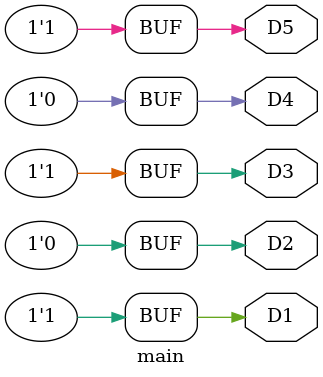
<source format=v>
module main(
    output wire D1,
    output wire D2,
    output wire D3,
    output wire D4,
    output wire D5
);
    assign D1 = 1'b1;
    assign D2 = 1'b0;
    assign D3 = 1'b1;
    assign D4 = 1'b0;
    assign D5 = 1'b1;
endmodule

</source>
